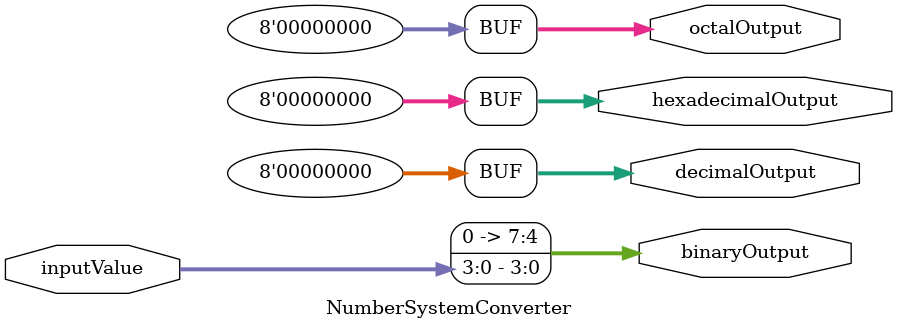
<source format=v>
module NumberSystemConverter(
    input [3:0] inputValue, // 4-bit input value
    output [7:0] binaryOutput,
    output [7:0] decimalOutput,
    output [7:0] octalOutput,
    output [7:0] hexadecimalOutput
);

assign binaryOutput = inputValue; // Binary conversion is a direct copy
assign decimalOutput = 4'd0; // Initialize the decimal output
assign octalOutput = 4'd0; // Initialize the octal output
assign hexadecimalOutput = 4'd0; // Initialize the hexadecimal output

always @* begin
    // Binary to Decimal Conversion
    decimalOutput = inputValue;

    // Binary to Octal Conversion
    case(inputValue)
        4'b0000: octalOutput = 4'd0;
        4'b0001: octalOutput = 4'd1;
        4'b0010: octalOutput = 4'd2;
        4'b0011: octalOutput = 4'd3;
        4'b0100: octalOutput = 4'd4;
        4'b0101: octalOutput = 4'd5;
        4'b0110: octalOutput = 4'd6;
        4'b0111: octalOutput = 4'd7;
        4'b1000: octalOutput = 4'd10;
        4'b1001: octalOutput = 4'd11;
        4'b1010: octalOutput = 4'd12;
        4'b1011: octalOutput = 4'd13;
        4'b1100: octalOutput = 4'd14;
        4'b1101: octalOutput = 4'd15;
        4'b1110: octalOutput = 4'd16;
        4'b1111: octalOutput = 4'd17;
        default: octalOutput = 4'd0;
    endcase

    // Binary to Hexadecimal Conversion
    case(inputValue)
        4'b0000: hexadecimalOutput = 4'h0;
        4'b0001: hexadecimalOutput = 4'h1;
        4'b0010: hexadecimalOutput = 4'h2;
        4'b0011: hexadecimalOutput = 4'h3;
        4'b0100: hexadecimalOutput = 4'h4;
        4'b0101: hexadecimalOutput = 4'h5;
        4'b0110: hexadecimalOutput = 4'h6;
        4'b0111: hexadecimalOutput = 4'h7;
        4'b1000: hexadecimalOutput = 4'h8;
        4'b1001: hexadecimalOutput = 4'h9;
        4'b1010: hexadecimalOutput = 4'ha;
        4'b1011: hexadecimalOutput = 4'hb;
        4'b1100: hexadecimalOutput = 4'hc;
        4'b1101: hexadecimalOutput = 4'hd;
        4'b1110: hexadecimalOutput = 4'he;
        4'b1111: hexadecimalOutput = 4'hf;
        default: hexadecimalOutput = 4'h0;
    endcase
end

endmodule

</source>
